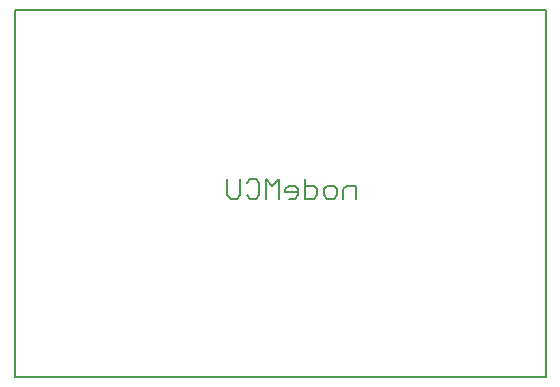
<source format=gbr>
G04 EAGLE Gerber RS-274X export*
G75*
%MOMM*%
%FSLAX34Y34*%
%LPD*%
%INSilkscreen Bottom*%
%IPPOS*%
%AMOC8*
5,1,8,0,0,1.08239X$1,22.5*%
G01*
%ADD10C,0.152400*%
%ADD11C,0.200000*%


D10*
X1159238Y370762D02*
X1159238Y381609D01*
X1151103Y381609D01*
X1148391Y378897D01*
X1148391Y370762D01*
X1140155Y370762D02*
X1134732Y370762D01*
X1132020Y373474D01*
X1132020Y378897D01*
X1134732Y381609D01*
X1140155Y381609D01*
X1142866Y378897D01*
X1142866Y373474D01*
X1140155Y370762D01*
X1115648Y370762D02*
X1115648Y387032D01*
X1115648Y370762D02*
X1123783Y370762D01*
X1126495Y373474D01*
X1126495Y378897D01*
X1123783Y381609D01*
X1115648Y381609D01*
X1107412Y370762D02*
X1101988Y370762D01*
X1107412Y370762D02*
X1110123Y373474D01*
X1110123Y378897D01*
X1107412Y381609D01*
X1101988Y381609D01*
X1099277Y378897D01*
X1099277Y376185D01*
X1110123Y376185D01*
X1093752Y370762D02*
X1093752Y387032D01*
X1088328Y381609D01*
X1082905Y387032D01*
X1082905Y370762D01*
X1069245Y387032D02*
X1066534Y384320D01*
X1069245Y387032D02*
X1074669Y387032D01*
X1077380Y384320D01*
X1077380Y373474D01*
X1074669Y370762D01*
X1069245Y370762D01*
X1066534Y373474D01*
X1061009Y373474D02*
X1061009Y387032D01*
X1061009Y373474D02*
X1058297Y370762D01*
X1052874Y370762D01*
X1050162Y373474D01*
X1050162Y387032D01*
D11*
X1320000Y530000D02*
X1320000Y220000D01*
X1320000Y530000D02*
X870000Y530000D01*
X870000Y220000D01*
X1320000Y220000D01*
M02*

</source>
